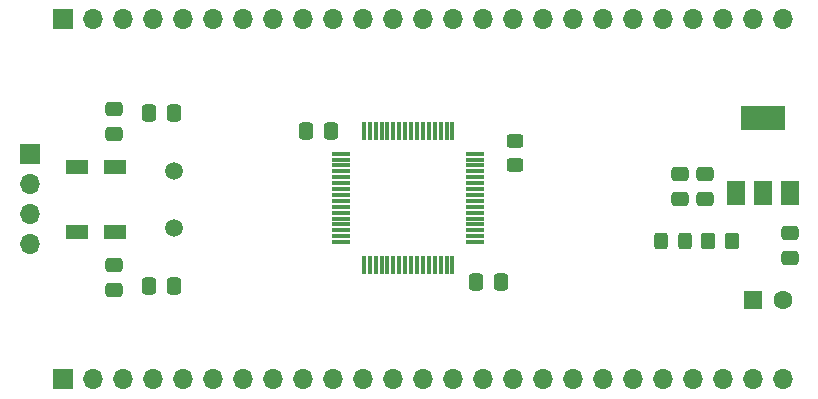
<source format=gbr>
%TF.GenerationSoftware,KiCad,Pcbnew,7.0.9*%
%TF.CreationDate,2024-02-20T11:35:56-03:00*%
%TF.ProjectId,CPU Stm32G431,43505520-5374-46d3-9332-473433312e6b,rev?*%
%TF.SameCoordinates,Original*%
%TF.FileFunction,Soldermask,Top*%
%TF.FilePolarity,Negative*%
%FSLAX46Y46*%
G04 Gerber Fmt 4.6, Leading zero omitted, Abs format (unit mm)*
G04 Created by KiCad (PCBNEW 7.0.9) date 2024-02-20 11:35:56*
%MOMM*%
%LPD*%
G01*
G04 APERTURE LIST*
G04 Aperture macros list*
%AMRoundRect*
0 Rectangle with rounded corners*
0 $1 Rounding radius*
0 $2 $3 $4 $5 $6 $7 $8 $9 X,Y pos of 4 corners*
0 Add a 4 corners polygon primitive as box body*
4,1,4,$2,$3,$4,$5,$6,$7,$8,$9,$2,$3,0*
0 Add four circle primitives for the rounded corners*
1,1,$1+$1,$2,$3*
1,1,$1+$1,$4,$5*
1,1,$1+$1,$6,$7*
1,1,$1+$1,$8,$9*
0 Add four rect primitives between the rounded corners*
20,1,$1+$1,$2,$3,$4,$5,0*
20,1,$1+$1,$4,$5,$6,$7,0*
20,1,$1+$1,$6,$7,$8,$9,0*
20,1,$1+$1,$8,$9,$2,$3,0*%
G04 Aperture macros list end*
%ADD10RoundRect,0.250000X0.475000X-0.337500X0.475000X0.337500X-0.475000X0.337500X-0.475000X-0.337500X0*%
%ADD11RoundRect,0.250000X-0.337500X-0.475000X0.337500X-0.475000X0.337500X0.475000X-0.337500X0.475000X0*%
%ADD12R,1.600000X1.600000*%
%ADD13C,1.600000*%
%ADD14R,1.900000X1.300000*%
%ADD15RoundRect,0.250000X0.450000X-0.325000X0.450000X0.325000X-0.450000X0.325000X-0.450000X-0.325000X0*%
%ADD16RoundRect,0.250000X-0.325000X-0.450000X0.325000X-0.450000X0.325000X0.450000X-0.325000X0.450000X0*%
%ADD17C,1.500000*%
%ADD18RoundRect,0.250000X0.337500X0.475000X-0.337500X0.475000X-0.337500X-0.475000X0.337500X-0.475000X0*%
%ADD19RoundRect,0.250000X-0.475000X0.337500X-0.475000X-0.337500X0.475000X-0.337500X0.475000X0.337500X0*%
%ADD20R,1.500000X2.000000*%
%ADD21R,3.800000X2.000000*%
%ADD22R,1.700000X1.700000*%
%ADD23O,1.700000X1.700000*%
%ADD24RoundRect,0.250000X0.350000X0.450000X-0.350000X0.450000X-0.350000X-0.450000X0.350000X-0.450000X0*%
%ADD25RoundRect,0.075000X0.075000X-0.700000X0.075000X0.700000X-0.075000X0.700000X-0.075000X-0.700000X0*%
%ADD26RoundRect,0.075000X0.700000X-0.075000X0.700000X0.075000X-0.700000X0.075000X-0.700000X-0.075000X0*%
G04 APERTURE END LIST*
D10*
%TO.C,C8*%
X171580000Y-104357500D03*
X171580000Y-102282500D03*
%TD*%
D11*
%TO.C,C2*%
X126642500Y-97120000D03*
X128717500Y-97120000D03*
%TD*%
%TO.C,C10*%
X139942500Y-98620000D03*
X142017500Y-98620000D03*
%TD*%
D12*
%TO.C,C5*%
X177774888Y-112970000D03*
D13*
X180274888Y-112970000D03*
%TD*%
D14*
%TO.C,Y2*%
X123740000Y-107160000D03*
X123740000Y-101660000D03*
X120540000Y-101660000D03*
X120540000Y-107160000D03*
%TD*%
D15*
%TO.C,D3*%
X157580000Y-101545000D03*
X157580000Y-99495000D03*
%TD*%
D16*
%TO.C,D4*%
X169955000Y-107920000D03*
X172005000Y-107920000D03*
%TD*%
D17*
%TO.C,Y1*%
X128760000Y-106870000D03*
X128760000Y-101990000D03*
%TD*%
D10*
%TO.C,C3*%
X123680000Y-112057500D03*
X123680000Y-109982500D03*
%TD*%
D18*
%TO.C,C14*%
X156417500Y-111420000D03*
X154342500Y-111420000D03*
%TD*%
D19*
%TO.C,C4*%
X123680000Y-96782500D03*
X123680000Y-98857500D03*
%TD*%
D10*
%TO.C,C7*%
X173680000Y-104357500D03*
X173680000Y-102282500D03*
%TD*%
%TO.C,C6*%
X180870000Y-109357500D03*
X180870000Y-107282500D03*
%TD*%
D20*
%TO.C,U1*%
X176280000Y-103870000D03*
X178580000Y-103870000D03*
D21*
X178580000Y-97570000D03*
D20*
X180880000Y-103870000D03*
%TD*%
D22*
%TO.C,J1*%
X116505000Y-100620000D03*
D23*
X116505000Y-103160000D03*
X116505000Y-105700000D03*
X116505000Y-108240000D03*
%TD*%
D24*
%TO.C,R3*%
X175980000Y-107920000D03*
X173980000Y-107920000D03*
%TD*%
D25*
%TO.C,U2*%
X144810000Y-109975000D03*
X145310000Y-109975000D03*
X145810000Y-109975000D03*
X146310000Y-109975000D03*
X146810000Y-109975000D03*
X147310000Y-109975000D03*
X147810000Y-109975000D03*
X148310000Y-109975000D03*
X148810000Y-109975000D03*
X149310000Y-109975000D03*
X149810000Y-109975000D03*
X150310000Y-109975000D03*
X150810000Y-109975000D03*
X151310000Y-109975000D03*
X151810000Y-109975000D03*
X152310000Y-109975000D03*
D26*
X154235000Y-108050000D03*
X154235000Y-107550000D03*
X154235000Y-107050000D03*
X154235000Y-106550000D03*
X154235000Y-106050000D03*
X154235000Y-105550000D03*
X154235000Y-105050000D03*
X154235000Y-104550000D03*
X154235000Y-104050000D03*
X154235000Y-103550000D03*
X154235000Y-103050000D03*
X154235000Y-102550000D03*
X154235000Y-102050000D03*
X154235000Y-101550000D03*
X154235000Y-101050000D03*
X154235000Y-100550000D03*
D25*
X152310000Y-98625000D03*
X151810000Y-98625000D03*
X151310000Y-98625000D03*
X150810000Y-98625000D03*
X150310000Y-98625000D03*
X149810000Y-98625000D03*
X149310000Y-98625000D03*
X148810000Y-98625000D03*
X148310000Y-98625000D03*
X147810000Y-98625000D03*
X147310000Y-98625000D03*
X146810000Y-98625000D03*
X146310000Y-98625000D03*
X145810000Y-98625000D03*
X145310000Y-98625000D03*
X144810000Y-98625000D03*
D26*
X142885000Y-100550000D03*
X142885000Y-101050000D03*
X142885000Y-101550000D03*
X142885000Y-102050000D03*
X142885000Y-102550000D03*
X142885000Y-103050000D03*
X142885000Y-103550000D03*
X142885000Y-104050000D03*
X142885000Y-104550000D03*
X142885000Y-105050000D03*
X142885000Y-105550000D03*
X142885000Y-106050000D03*
X142885000Y-106550000D03*
X142885000Y-107050000D03*
X142885000Y-107550000D03*
X142885000Y-108050000D03*
%TD*%
D11*
%TO.C,C1*%
X126642500Y-111720000D03*
X128717500Y-111720000D03*
%TD*%
D22*
%TO.C,J2*%
X119370000Y-119670000D03*
D23*
X121910000Y-119670000D03*
X124450000Y-119670000D03*
X126990000Y-119670000D03*
X129530000Y-119670000D03*
X132070000Y-119670000D03*
X134610000Y-119670000D03*
X137150000Y-119670000D03*
X139690000Y-119670000D03*
X142230000Y-119670000D03*
X144770000Y-119670000D03*
X147310000Y-119670000D03*
X149850000Y-119670000D03*
X152390000Y-119670000D03*
X154930000Y-119670000D03*
X157470000Y-119670000D03*
X160010000Y-119670000D03*
X162550000Y-119670000D03*
X165090000Y-119670000D03*
X167630000Y-119670000D03*
X170170000Y-119670000D03*
X172710000Y-119670000D03*
X175250000Y-119670000D03*
X177790000Y-119670000D03*
X180330000Y-119670000D03*
%TD*%
D22*
%TO.C,J3*%
X119340000Y-89190000D03*
D23*
X121880000Y-89190000D03*
X124420000Y-89190000D03*
X126960000Y-89190000D03*
X129500000Y-89190000D03*
X132040000Y-89190000D03*
X134580000Y-89190000D03*
X137120000Y-89190000D03*
X139660000Y-89190000D03*
X142200000Y-89190000D03*
X144740000Y-89190000D03*
X147280000Y-89190000D03*
X149820000Y-89190000D03*
X152360000Y-89190000D03*
X154900000Y-89190000D03*
X157440000Y-89190000D03*
X159980000Y-89190000D03*
X162520000Y-89190000D03*
X165060000Y-89190000D03*
X167600000Y-89190000D03*
X170140000Y-89190000D03*
X172680000Y-89190000D03*
X175220000Y-89190000D03*
X177760000Y-89190000D03*
X180300000Y-89190000D03*
%TD*%
M02*

</source>
